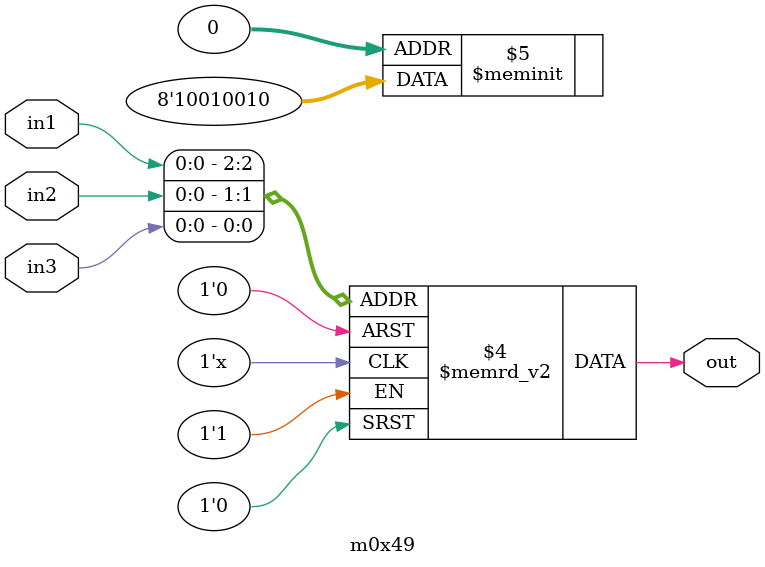
<source format=v>
module m0x49(output out, input in1, in2, in3);

   always @(in1, in2, in3)
     begin
        case({in1, in2, in3})
          3'b000: {out} = 1'b0;
          3'b001: {out} = 1'b1;
          3'b010: {out} = 1'b0;
          3'b011: {out} = 1'b0;
          3'b100: {out} = 1'b1;
          3'b101: {out} = 1'b0;
          3'b110: {out} = 1'b0;
          3'b111: {out} = 1'b1;
        endcase // case ({in1, in2, in3})
     end // always @ (in1, in2, in3)

endmodule // m0x49
</source>
